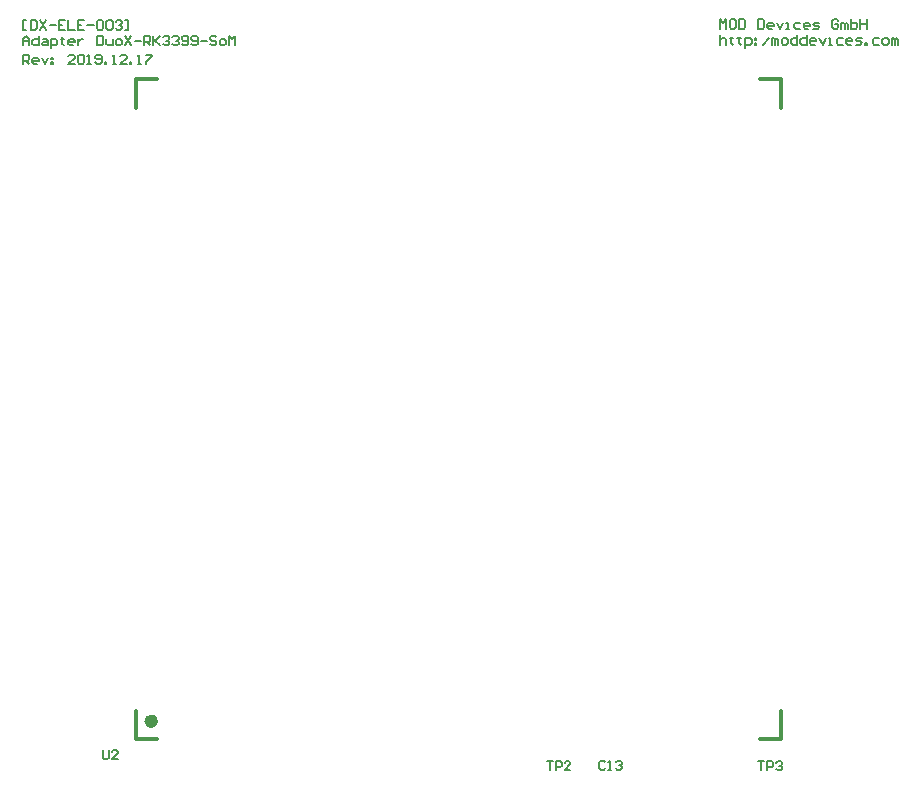
<source format=gbr>
G04 Layer_Color=65535*
%FSLAX45Y45*%
%MOMM*%
%TF.FileFunction,Legend,Top*%
%TF.Part,Single*%
G01*
G75*
%TA.AperFunction,NonConductor*%
%ADD37C,0.60000*%
%ADD38C,0.30000*%
%ADD39C,0.15000*%
D37*
X-2094402Y-891700D02*
G03*
X-2094402Y-891700I-28398J0D01*
G01*
D38*
X-2249800Y-1044100D02*
X-2072000D01*
X-2249800Y-802800D02*
X-2249800Y-1044100D01*
X3211201Y4302600D02*
Y4543900D01*
X3033401D02*
X3211201D01*
X-2249800Y4302600D02*
Y4543900D01*
X-2072000D01*
X3211201Y-1044100D02*
Y-802800D01*
X3033401Y-1044100D02*
X3211201D01*
D39*
X2694489Y4969668D02*
Y5049642D01*
X2721147Y5022984D01*
X2747806Y5049642D01*
Y4969668D01*
X2814451Y5049642D02*
X2787793D01*
X2774464Y5036313D01*
Y4982997D01*
X2787793Y4969668D01*
X2814451D01*
X2827780Y4982997D01*
Y5036313D01*
X2814451Y5049642D01*
X2854438D02*
Y4969668D01*
X2894425D01*
X2907754Y4982997D01*
Y5036313D01*
X2894425Y5049642D01*
X2854438D01*
X3014386D02*
Y4969668D01*
X3054373D01*
X3067702Y4982997D01*
Y5036313D01*
X3054373Y5049642D01*
X3014386D01*
X3134348Y4969668D02*
X3107689D01*
X3094360Y4982997D01*
Y5009655D01*
X3107689Y5022984D01*
X3134348D01*
X3147676Y5009655D01*
Y4996326D01*
X3094360D01*
X3174335Y5022984D02*
X3200993Y4969668D01*
X3227651Y5022984D01*
X3254309Y4969668D02*
X3280967D01*
X3267638D01*
Y5022984D01*
X3254309D01*
X3374270D02*
X3334283D01*
X3320954Y5009655D01*
Y4982997D01*
X3334283Y4969668D01*
X3374270D01*
X3440915D02*
X3414257D01*
X3400928Y4982997D01*
Y5009655D01*
X3414257Y5022984D01*
X3440915D01*
X3454244Y5009655D01*
Y4996326D01*
X3400928D01*
X3480902Y4969668D02*
X3520890D01*
X3534218Y4982997D01*
X3520890Y4996326D01*
X3494232D01*
X3480902Y5009655D01*
X3494232Y5022984D01*
X3534218D01*
X3694167Y5036313D02*
X3680838Y5049642D01*
X3654180D01*
X3640851Y5036313D01*
Y4982997D01*
X3654180Y4969668D01*
X3680838D01*
X3694167Y4982997D01*
Y5009655D01*
X3667509D01*
X3720825Y4969668D02*
Y5022984D01*
X3734154D01*
X3747483Y5009655D01*
Y4969668D01*
Y5009655D01*
X3760812Y5022984D01*
X3774141Y5009655D01*
Y4969668D01*
X3800799Y5049642D02*
Y4969668D01*
X3840786D01*
X3854115Y4982997D01*
Y4996326D01*
Y5009655D01*
X3840786Y5022984D01*
X3800799D01*
X3880773Y5049642D02*
Y4969668D01*
Y5009655D01*
X3934089D01*
Y5049642D01*
Y4969668D01*
X2694489Y4917674D02*
Y4837700D01*
Y4877687D01*
X2707819Y4891016D01*
X2734477D01*
X2747806Y4877687D01*
Y4837700D01*
X2787793Y4904345D02*
Y4891016D01*
X2774464D01*
X2801122D01*
X2787793D01*
Y4851029D01*
X2801122Y4837700D01*
X2854438Y4904345D02*
Y4891016D01*
X2841109D01*
X2867767D01*
X2854438D01*
Y4851029D01*
X2867767Y4837700D01*
X2907754Y4811042D02*
Y4891016D01*
X2947741D01*
X2961070Y4877687D01*
Y4851029D01*
X2947741Y4837700D01*
X2907754D01*
X2987728Y4891016D02*
X3001057D01*
Y4877687D01*
X2987728D01*
Y4891016D01*
Y4851029D02*
X3001057D01*
Y4837700D01*
X2987728D01*
Y4851029D01*
X3054374Y4837700D02*
X3107690Y4891016D01*
X3134348Y4837700D02*
Y4891016D01*
X3147677D01*
X3161006Y4877687D01*
Y4837700D01*
Y4877687D01*
X3174335Y4891016D01*
X3187664Y4877687D01*
Y4837700D01*
X3227651D02*
X3254309D01*
X3267638Y4851029D01*
Y4877687D01*
X3254309Y4891016D01*
X3227651D01*
X3214322Y4877687D01*
Y4851029D01*
X3227651Y4837700D01*
X3347612Y4917674D02*
Y4837700D01*
X3307625D01*
X3294296Y4851029D01*
Y4877687D01*
X3307625Y4891016D01*
X3347612D01*
X3427586Y4917674D02*
Y4837700D01*
X3387600D01*
X3374270Y4851029D01*
Y4877687D01*
X3387600Y4891016D01*
X3427586D01*
X3494232Y4837700D02*
X3467574D01*
X3454245Y4851029D01*
Y4877687D01*
X3467574Y4891016D01*
X3494232D01*
X3507561Y4877687D01*
Y4864358D01*
X3454245D01*
X3534219Y4891016D02*
X3560877Y4837700D01*
X3587535Y4891016D01*
X3614193Y4837700D02*
X3640851D01*
X3627522D01*
Y4891016D01*
X3614193D01*
X3734154D02*
X3694167D01*
X3680838Y4877687D01*
Y4851029D01*
X3694167Y4837700D01*
X3734154D01*
X3800800D02*
X3774142D01*
X3760812Y4851029D01*
Y4877687D01*
X3774142Y4891016D01*
X3800800D01*
X3814129Y4877687D01*
Y4864358D01*
X3760812D01*
X3840787Y4837700D02*
X3880774D01*
X3894103Y4851029D01*
X3880774Y4864358D01*
X3854116D01*
X3840787Y4877687D01*
X3854116Y4891016D01*
X3894103D01*
X3920761Y4837700D02*
Y4851029D01*
X3934090D01*
Y4837700D01*
X3920761D01*
X4040722Y4891016D02*
X4000735D01*
X3987406Y4877687D01*
Y4851029D01*
X4000735Y4837700D01*
X4040722D01*
X4080709D02*
X4107367D01*
X4120696Y4851029D01*
Y4877687D01*
X4107367Y4891016D01*
X4080709D01*
X4067380Y4877687D01*
Y4851029D01*
X4080709Y4837700D01*
X4147354D02*
Y4891016D01*
X4160684D01*
X4174012Y4877687D01*
Y4837700D01*
Y4877687D01*
X4187342Y4891016D01*
X4200671Y4877687D01*
Y4837700D01*
X-3183102Y4962733D02*
X-3209760D01*
Y5042707D01*
X-3183102D01*
X-3143115D02*
Y4962733D01*
X-3103128D01*
X-3089799Y4976062D01*
Y5029378D01*
X-3103128Y5042707D01*
X-3143115D01*
X-3063141D02*
X-3009825Y4962733D01*
Y5042707D02*
X-3063141Y4962733D01*
X-2983167Y5002720D02*
X-2929851D01*
X-2849876Y5042707D02*
X-2903193D01*
Y4962733D01*
X-2849876D01*
X-2903193Y5002720D02*
X-2876535D01*
X-2823218Y5042707D02*
Y4962733D01*
X-2769902D01*
X-2689928Y5042707D02*
X-2743244D01*
Y4962733D01*
X-2689928D01*
X-2743244Y5002720D02*
X-2716586D01*
X-2663270D02*
X-2609954D01*
X-2583296Y5029378D02*
X-2569967Y5042707D01*
X-2543309D01*
X-2529980Y5029378D01*
Y4976062D01*
X-2543309Y4962733D01*
X-2569967D01*
X-2583296Y4976062D01*
Y5029378D01*
X-2503322D02*
X-2489992Y5042707D01*
X-2463334D01*
X-2450006Y5029378D01*
Y4976062D01*
X-2463334Y4962733D01*
X-2489992D01*
X-2503322Y4976062D01*
Y5029378D01*
X-2423347D02*
X-2410018Y5042707D01*
X-2383360D01*
X-2370031Y5029378D01*
Y5016049D01*
X-2383360Y5002720D01*
X-2396689D01*
X-2383360D01*
X-2370031Y4989391D01*
Y4976062D01*
X-2383360Y4962733D01*
X-2410018D01*
X-2423347Y4976062D01*
X-2343373Y4962733D02*
X-2316715D01*
Y5042707D01*
X-2343373D01*
X-3209760Y4830765D02*
Y4884081D01*
X-3183102Y4910739D01*
X-3156444Y4884081D01*
Y4830765D01*
Y4870752D01*
X-3209760D01*
X-3076470Y4910739D02*
Y4830765D01*
X-3116457D01*
X-3129786Y4844094D01*
Y4870752D01*
X-3116457Y4884081D01*
X-3076470D01*
X-3036483D02*
X-3009825D01*
X-2996496Y4870752D01*
Y4830765D01*
X-3036483D01*
X-3049812Y4844094D01*
X-3036483Y4857423D01*
X-2996496D01*
X-2969838Y4804107D02*
Y4884081D01*
X-2929851D01*
X-2916522Y4870752D01*
Y4844094D01*
X-2929851Y4830765D01*
X-2969838D01*
X-2876535Y4897410D02*
Y4884081D01*
X-2889864D01*
X-2863206D01*
X-2876535D01*
Y4844094D01*
X-2863206Y4830765D01*
X-2783231D02*
X-2809889D01*
X-2823218Y4844094D01*
Y4870752D01*
X-2809889Y4884081D01*
X-2783231D01*
X-2769902Y4870752D01*
Y4857423D01*
X-2823218D01*
X-2743244Y4884081D02*
Y4830765D01*
Y4857423D01*
X-2729915Y4870752D01*
X-2716586Y4884081D01*
X-2703257D01*
X-2583296Y4910739D02*
Y4830765D01*
X-2543309D01*
X-2529980Y4844094D01*
Y4897410D01*
X-2543309Y4910739D01*
X-2583296D01*
X-2503322Y4884081D02*
Y4844094D01*
X-2489992Y4830765D01*
X-2450006D01*
Y4884081D01*
X-2410018Y4830765D02*
X-2383360D01*
X-2370031Y4844094D01*
Y4870752D01*
X-2383360Y4884081D01*
X-2410018D01*
X-2423347Y4870752D01*
Y4844094D01*
X-2410018Y4830765D01*
X-2343373Y4910739D02*
X-2290057Y4830765D01*
Y4910739D02*
X-2343373Y4830765D01*
X-2263399Y4870752D02*
X-2210083D01*
X-2183425Y4830765D02*
Y4910739D01*
X-2143438D01*
X-2130109Y4897410D01*
Y4870752D01*
X-2143438Y4857423D01*
X-2183425D01*
X-2156767D02*
X-2130109Y4830765D01*
X-2103451Y4910739D02*
Y4830765D01*
Y4857423D01*
X-2050135Y4910739D01*
X-2090122Y4870752D01*
X-2050135Y4830765D01*
X-2023477Y4897410D02*
X-2010147Y4910739D01*
X-1983489D01*
X-1970160Y4897410D01*
Y4884081D01*
X-1983489Y4870752D01*
X-1996818D01*
X-1983489D01*
X-1970160Y4857423D01*
Y4844094D01*
X-1983489Y4830765D01*
X-2010147D01*
X-2023477Y4844094D01*
X-1943502Y4897410D02*
X-1930173Y4910739D01*
X-1903515D01*
X-1890186Y4897410D01*
Y4884081D01*
X-1903515Y4870752D01*
X-1916844D01*
X-1903515D01*
X-1890186Y4857423D01*
Y4844094D01*
X-1903515Y4830765D01*
X-1930173D01*
X-1943502Y4844094D01*
X-1863528D02*
X-1850199Y4830765D01*
X-1823541D01*
X-1810212Y4844094D01*
Y4897410D01*
X-1823541Y4910739D01*
X-1850199D01*
X-1863528Y4897410D01*
Y4884081D01*
X-1850199Y4870752D01*
X-1810212D01*
X-1783554Y4844094D02*
X-1770225Y4830765D01*
X-1743567D01*
X-1730238Y4844094D01*
Y4897410D01*
X-1743567Y4910739D01*
X-1770225D01*
X-1783554Y4897410D01*
Y4884081D01*
X-1770225Y4870752D01*
X-1730238D01*
X-1703580D02*
X-1650264D01*
X-1570289Y4897410D02*
X-1583618Y4910739D01*
X-1610276D01*
X-1623606Y4897410D01*
Y4884081D01*
X-1610276Y4870752D01*
X-1583618D01*
X-1570289Y4857423D01*
Y4844094D01*
X-1583618Y4830765D01*
X-1610276D01*
X-1623606Y4844094D01*
X-1530302Y4830765D02*
X-1503644D01*
X-1490315Y4844094D01*
Y4870752D01*
X-1503644Y4884081D01*
X-1530302D01*
X-1543631Y4870752D01*
Y4844094D01*
X-1530302Y4830765D01*
X-1463657D02*
Y4910739D01*
X-1436999Y4884081D01*
X-1410341Y4910739D01*
Y4830765D01*
X-3209760Y4672138D02*
Y4752113D01*
X-3169773D01*
X-3156444Y4738784D01*
Y4712126D01*
X-3169773Y4698797D01*
X-3209760D01*
X-3183102D02*
X-3156444Y4672138D01*
X-3089799D02*
X-3116457D01*
X-3129786Y4685468D01*
Y4712126D01*
X-3116457Y4725455D01*
X-3089799D01*
X-3076470Y4712126D01*
Y4698797D01*
X-3129786D01*
X-3049812Y4725455D02*
X-3023154Y4672138D01*
X-2996496Y4725455D01*
X-2969838D02*
X-2956509D01*
Y4712126D01*
X-2969838D01*
Y4725455D01*
Y4685468D02*
X-2956509D01*
Y4672138D01*
X-2969838D01*
Y4685468D01*
X-2769902Y4672138D02*
X-2823218D01*
X-2769902Y4725455D01*
Y4738784D01*
X-2783231Y4752113D01*
X-2809889D01*
X-2823218Y4738784D01*
X-2743244D02*
X-2729915Y4752113D01*
X-2703257D01*
X-2689928Y4738784D01*
Y4685468D01*
X-2703257Y4672138D01*
X-2729915D01*
X-2743244Y4685468D01*
Y4738784D01*
X-2663270Y4672138D02*
X-2636612D01*
X-2649941D01*
Y4752113D01*
X-2663270Y4738784D01*
X-2596625Y4685468D02*
X-2583296Y4672138D01*
X-2556638D01*
X-2543309Y4685468D01*
Y4738784D01*
X-2556638Y4752113D01*
X-2583296D01*
X-2596625Y4738784D01*
Y4725455D01*
X-2583296Y4712126D01*
X-2543309D01*
X-2516651Y4672138D02*
Y4685468D01*
X-2503321D01*
Y4672138D01*
X-2516651D01*
X-2450005D02*
X-2423347D01*
X-2436676D01*
Y4752113D01*
X-2450005Y4738784D01*
X-2330044Y4672138D02*
X-2383360D01*
X-2330044Y4725455D01*
Y4738784D01*
X-2343373Y4752113D01*
X-2370031D01*
X-2383360Y4738784D01*
X-2303386Y4672138D02*
Y4685468D01*
X-2290057D01*
Y4672138D01*
X-2303386D01*
X-2236741D02*
X-2210082D01*
X-2223411D01*
Y4752113D01*
X-2236741Y4738784D01*
X-2170095Y4752113D02*
X-2116779D01*
Y4738784D01*
X-2170095Y4685468D01*
Y4672138D01*
X-2530881Y-1138587D02*
Y-1201067D01*
X-2518385Y-1213563D01*
X-2493393D01*
X-2480897Y-1201067D01*
Y-1138587D01*
X-2405921Y-1213563D02*
X-2455905D01*
X-2405921Y-1163579D01*
Y-1151083D01*
X-2418417Y-1138587D01*
X-2443409D01*
X-2455905Y-1151083D01*
X1721767Y-1240044D02*
X1709271Y-1227548D01*
X1684279D01*
X1671783Y-1240044D01*
Y-1290028D01*
X1684279Y-1302524D01*
X1709271D01*
X1721767Y-1290028D01*
X1746759Y-1302524D02*
X1771751D01*
X1759255D01*
Y-1227548D01*
X1746759Y-1240044D01*
X1809239D02*
X1821735Y-1227548D01*
X1846727D01*
X1859223Y-1240044D01*
Y-1252540D01*
X1846727Y-1265036D01*
X1834231D01*
X1846727D01*
X1859223Y-1277532D01*
Y-1290028D01*
X1846727Y-1302524D01*
X1821735D01*
X1809239Y-1290028D01*
X3018000Y-1232224D02*
X3067984D01*
X3042992D01*
Y-1307200D01*
X3092976D02*
Y-1232224D01*
X3130464D01*
X3142960Y-1244720D01*
Y-1269712D01*
X3130464Y-1282208D01*
X3092976D01*
X3167952Y-1244720D02*
X3180448Y-1232224D01*
X3205440D01*
X3217936Y-1244720D01*
Y-1257216D01*
X3205440Y-1269712D01*
X3192944D01*
X3205440D01*
X3217936Y-1282208D01*
Y-1294704D01*
X3205440Y-1307200D01*
X3180448D01*
X3167952Y-1294704D01*
X1227300Y-1232224D02*
X1277284D01*
X1252292D01*
Y-1307200D01*
X1302276D02*
Y-1232224D01*
X1339764D01*
X1352260Y-1244720D01*
Y-1269712D01*
X1339764Y-1282208D01*
X1302276D01*
X1427236Y-1307200D02*
X1377252D01*
X1427236Y-1257216D01*
Y-1244720D01*
X1414740Y-1232224D01*
X1389748D01*
X1377252Y-1244720D01*
%TF.MD5,AA103F460595A6B5BDF211B5E8EE1131*%
M02*

</source>
